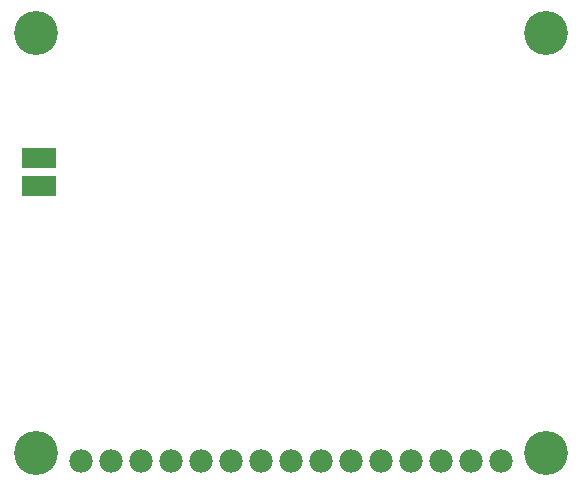
<source format=gbr>
G04 EAGLE Gerber RS-274X export*
G75*
%MOMM*%
%FSLAX34Y34*%
%LPD*%
%INSoldermask Bottom*%
%IPPOS*%
%AMOC8*
5,1,8,0,0,1.08239X$1,22.5*%
G01*
%ADD10C,3.719200*%
%ADD11C,1.981200*%
%ADD12R,2.921000X1.651000*%


D10*
X25400Y381000D03*
X457200Y381000D03*
X457200Y25400D03*
X25400Y25400D03*
D11*
X419100Y19050D03*
X393700Y19050D03*
X368300Y19050D03*
X342900Y19050D03*
X317500Y19050D03*
X292100Y19050D03*
X266700Y19050D03*
X241300Y19050D03*
X215900Y19050D03*
X190500Y19050D03*
X165100Y19050D03*
X139700Y19050D03*
X114300Y19050D03*
X88900Y19050D03*
X63500Y19050D03*
D12*
X27940Y251460D03*
X27940Y275590D03*
M02*

</source>
